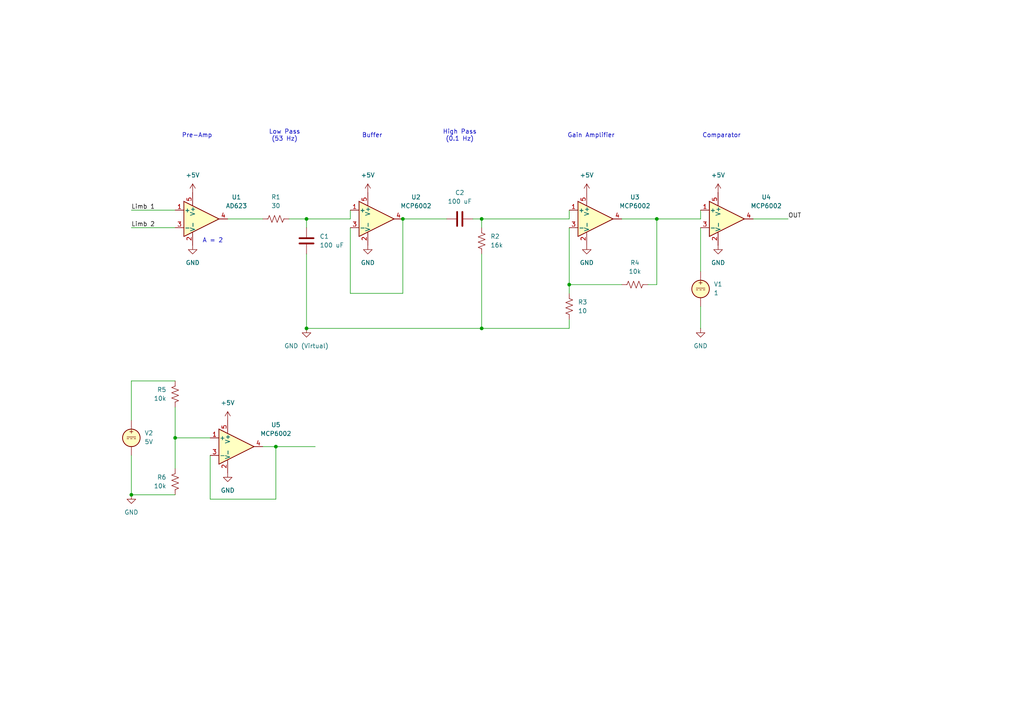
<source format=kicad_sch>
(kicad_sch (version 20231120) (generator "eeschema") (generator_version "8.0")
  (paper "A4")
  (title_block (title "Duke University") (date "2025-02-01") (rev "v1.0.0") (company "James Mu"))
  (lib_symbols
    (symbol "Amplifier_Operational:TLV172IDCK" (pin_names (offset 0.127))
      (property "Reference" "U" (at 7.62 2.54 0))
      (property "Value" "TLV172IDCK" (at 11.43 -2.54 0))
      (symbol "TLV172IDCK_0_1"
        (polyline (pts (xy -2.54 5.08) (xy -2.54 -5.08) (xy 7.62 0) (xy -2.54 5.08)) (stroke (width 0.254)) (fill (type background)))
      )
      (symbol "TLV172IDCK_1_1"
        (pin input line (at -5.08 2.54 0) (length 2.54) (name "+") (number "1"))
        (pin power_in line (at 0 -7.62 90) (length 3.81) (name "V-") (number "2"))
        (pin input line (at -5.08 -2.54 0) (length 2.54) (name "-") (number "3"))
        (pin output line (at 10.16 0 180) (length 2.54) (name "~") (number "4"))
        (pin power_in line (at 0 7.62 270) (length 3.81) (name "V+") (number "5"))
      )
    )
    (symbol "Device:C" (pin_numbers hide) (pin_names (offset 0.254))
      (property "Reference" "C" (at 0.635 2.54 0))
      (property "Value" "C" (at 0.635 -2.54 0))
      (symbol "C_0_1"
        (polyline (pts (xy -2.032 -0.762) (xy 2.032 -0.762)) (stroke (width 0.508)))
        (polyline (pts (xy -2.032 0.762) (xy 2.032 0.762)) (stroke (width 0.508)))
      )
      (symbol "C_1_1"
        (pin passive line (at 0 3.81 270) (length 2.794) (name "~") (number "1"))
        (pin passive line (at 0 -3.81 90) (length 2.794) (name "~") (number "2"))
      )
    )
    (symbol "Device:R_US" (pin_numbers hide) (pin_names (offset 0))
      (property "Reference" "R" (at 2.54 0 90))
      (property "Value" "R_US" (at -2.54 0 90))
      (symbol "R_US_0_1"
        (polyline (pts (xy 0 -2.286) (xy 0 -2.54)))
        (polyline (pts (xy 0 2.286) (xy 0 2.54)))
        (polyline (pts (xy 0 -0.762) (xy 1.016 -1.143) (xy 0 -1.524) (xy -1.016 -1.905) (xy 0 -2.286)))
        (polyline (pts (xy 0 0.762) (xy 1.016 0.381) (xy 0 0) (xy -1.016 -0.381) (xy 0 -0.762)))
        (polyline (pts (xy 0 2.286) (xy 1.016 1.905) (xy 0 1.524) (xy -1.016 1.143) (xy 0 0.762)))
      )
      (symbol "R_US_1_1"
        (pin passive line (at 0 3.81 270) (length 1.27) (name "~") (number "1"))
        (pin passive line (at 0 -3.81 90) (length 1.27) (name "~") (number "2"))
      )
    )
    (symbol "Simulation_SPICE:VDC" (pin_numbers hide) (pin_names (offset 0.0254))
      (property "Reference" "V" (at 2.54 2.54 0))
      (property "Value" "1" (at 2.54 0 0))
      (symbol "VDC_0_0"
        (polyline (pts (xy -1.27 0.254) (xy 1.27 0.254)))
        (polyline (pts (xy -0.762 -0.254) (xy -1.27 -0.254)))
        (polyline (pts (xy 0.254 -0.254) (xy -0.254 -0.254)))
        (polyline (pts (xy 1.27 -0.254) (xy 0.762 -0.254)))
        (text "+" (at 0 1.905 0) (effects (font (size 1.27 1.27))))
      )
      (symbol "VDC_0_1"
        (circle (center 0 0) (radius 2.54) (stroke (width 0.254)) (fill (type background)))
      )
      (symbol "VDC_1_1"
        (pin passive line (at 0 5.08 270) (length 2.54) (name "~") (number "1"))
        (pin passive line (at 0 -5.08 90) (length 2.54) (name "~") (number "2"))
      )
    )
    (symbol "power:+5V" (power) (pin_numbers hide) (pin_names (offset 0) hide)
      (property "Value" "+5V" (at 0 3.556 0))
      (symbol "+5V_0_1"
        (polyline (pts (xy -0.762 1.27) (xy 0 2.54)))
        (polyline (pts (xy 0 0) (xy 0 2.54)))
        (polyline (pts (xy 0 2.54) (xy 0.762 1.27)))
      )
      (symbol "+5V_1_1"
        (pin power_in line (at 0 0 90) (length 0) (name "~") (number "1"))
      )
    )
    (symbol "power:GND" (power) (pin_numbers hide) (pin_names (offset 0) hide)
      (property "Value" "GND" (at 0 -3.81 0))
      (symbol "GND_0_1"
        (polyline (pts (xy 0 0) (xy 0 -1.27) (xy 1.27 -1.27) (xy 0 -2.54) (xy -1.27 -1.27) (xy 0 -1.27)))
      )
      (symbol "GND_1_1"
        (pin power_in line (at 0 0 270) (length 0) (name "~") (number "1"))
      )
    )
  )
  (junction (at 139.7 95.25))
  (junction (at 190.5 63.5))
  (junction (at 38.1 143.51))
  (junction (at 116.84 63.5))
  (junction (at 88.9 63.5))
  (junction (at 139.7 63.5))
  (junction (at 88.9 95.25))
  (junction (at 50.8 127))
  (junction (at 80.01 129.54))
  (junction (at 165.1 82.55))
  (wire (pts (xy 101.6 63.5) (xy 101.6 60.96)))
  (wire (pts (xy 38.1 121.92) (xy 38.1 110.49)))
  (wire (pts (xy 38.1 66.04) (xy 50.8 66.04)))
  (wire (pts (xy 116.84 85.09) (xy 116.84 63.5)))
  (wire (pts (xy 88.9 63.5) (xy 101.6 63.5)))
  (wire (pts (xy 203.2 60.96) (xy 203.2 63.5)))
  (wire (pts (xy 139.7 73.66) (xy 139.7 95.25)))
  (wire (pts (xy 50.8 127) (xy 60.96 127)))
  (wire (pts (xy 190.5 82.55) (xy 190.5 63.5)))
  (wire (pts (xy 180.34 63.5) (xy 190.5 63.5)))
  (wire (pts (xy 139.7 63.5) (xy 165.1 63.5)))
  (wire (pts (xy 80.01 129.54) (xy 91.44 129.54)))
  (wire (pts (xy 101.6 66.04) (xy 101.6 85.09)))
  (wire (pts (xy 38.1 132.08) (xy 38.1 143.51)))
  (wire (pts (xy 203.2 66.04) (xy 203.2 78.74)))
  (wire (pts (xy 60.96 132.08) (xy 60.96 144.78)))
  (wire (pts (xy 83.82 63.5) (xy 88.9 63.5)))
  (wire (pts (xy 50.8 127) (xy 50.8 135.89)))
  (wire (pts (xy 38.1 60.96) (xy 50.8 60.96)))
  (wire (pts (xy 88.9 73.66) (xy 88.9 95.25)))
  (wire (pts (xy 139.7 63.5) (xy 139.7 66.04)))
  (wire (pts (xy 137.16 63.5) (xy 139.7 63.5)))
  (wire (pts (xy 88.9 95.25) (xy 139.7 95.25)))
  (wire (pts (xy 76.2 129.54) (xy 80.01 129.54)))
  (wire (pts (xy 165.1 60.96) (xy 165.1 63.5)))
  (wire (pts (xy 165.1 95.25) (xy 165.1 92.71)))
  (wire (pts (xy 50.8 143.51) (xy 38.1 143.51)))
  (wire (pts (xy 38.1 110.49) (xy 50.8 110.49)))
  (wire (pts (xy 139.7 95.25) (xy 165.1 95.25)))
  (wire (pts (xy 80.01 144.78) (xy 80.01 129.54)))
  (wire (pts (xy 50.8 118.11) (xy 50.8 127)))
  (wire (pts (xy 187.96 82.55) (xy 190.5 82.55)))
  (wire (pts (xy 60.96 144.78) (xy 80.01 144.78)))
  (wire (pts (xy 190.5 63.5) (xy 203.2 63.5)))
  (wire (pts (xy 88.9 63.5) (xy 88.9 66.04)))
  (wire (pts (xy 116.84 63.5) (xy 129.54 63.5)))
  (wire (pts (xy 66.04 63.5) (xy 76.2 63.5)))
  (wire (pts (xy 218.44 63.5) (xy 228.6 63.5)))
  (wire (pts (xy 165.1 66.04) (xy 165.1 82.55)))
  (wire (pts (xy 101.6 85.09) (xy 116.84 85.09)))
  (wire (pts (xy 165.1 82.55) (xy 165.1 85.09)))
  (wire (pts (xy 203.2 88.9) (xy 203.2 95.25)))
  (wire (pts (xy 165.1 82.55) (xy 180.34 82.55)))
  (text "High Pass\n(0.1 Hz)" (at 133.35 39.37 0) (effects (font (size 1.27 1.27))))
  (text "Comparator" (at 209.296 39.37 0) (effects (font (size 1.27 1.27))))
  (text "Gain Amplifier" (at 171.45 39.37 0) (effects (font (size 1.27 1.27))))
  (text "Pre-Amp" (at 57.15 39.37 0) (effects (font (size 1.27 1.27))))
  (text "Buffer" (at 107.95 39.37 0) (effects (font (size 1.27 1.27))))
  (text "Low Pass\n(53 Hz)" (at 82.55 39.37 0) (effects (font (size 1.27 1.27))))
  (text "A = 2" (at 61.722 69.85 0) (effects (font (size 1.27 1.27))))
  (label "Limb 2" (at 38.1 66.04 0))
  (label "Limb 1" (at 38.1 60.96 0))
  (label "OUT" (at 228.6 63.5 0))
  (symbol (lib_id "Amplifier_Operational:TLV172IDCK") (at 208.28 63.5 0) (unit 1)
    (property "Reference" "U4" (at 222.25 57.1814 0))
    (property "Value" "MCP6002" (at 222.25 59.7214 0))
    (property "Footprint" "Package_TO_SOT_SMD:SOT-353_SC-70-5" (effects (hide yes)))
    (property "Datasheet" "http://www.ti.com/lit/ds/symlink/tlv172.pdf" (effects (hide yes)))
    (property "Description" "Low-power Operational Amplifier, SOT-353" (effects (hide yes)))
  )
  (symbol (lib_id "Device:C") (at 133.35 63.5 90) (unit 1)
    (property "Reference" "C2" (at 133.35 55.88 90))
    (property "Value" "100 uF" (at 133.35 58.42 90))
    (property "Description" "Unpolarized capacitor" (effects (hide yes)))
  )
  (symbol (lib_id "power:GND") (at 55.88 71.12 0) (unit 1)
    (property "Reference" "#PWR01" (effects (hide yes)))
    (property "Value" "GND" (at 55.88 76.2 0))
    (property "Description" "Power symbol creates a global label with name \"GND\" , ground" (effects (hide yes)))
  )
  (symbol (lib_id "Amplifier_Operational:TLV172IDCK") (at 170.18 63.5 0) (unit 1)
    (property "Reference" "U3" (at 184.15 57.1814 0))
    (property "Value" "MCP6002" (at 184.15 59.7214 0))
    (property "Footprint" "Package_TO_SOT_SMD:SOT-353_SC-70-5" (effects (hide yes)))
    (property "Datasheet" "http://www.ti.com/lit/ds/symlink/tlv172.pdf" (effects (hide yes)))
    (property "Description" "Low-power Operational Amplifier, SOT-353" (effects (hide yes)))
  )
  (symbol (lib_id "Device:R_US") (at 50.8 139.7 0) (mirror y) (unit 1)
    (property "Reference" "R6" (at 48.26 138.4299 0) (effects (justify left)))
    (property "Value" "10k" (at 48.26 140.9699 0) (effects (justify left)))
    (property "Description" "Resistor, US symbol" (effects (hide yes)))
  )
  (symbol (lib_id "Amplifier_Operational:TLV172IDCK") (at 55.88 63.5 0) (unit 1)
    (property "Reference" "U1" (at 68.58 57.1814 0))
    (property "Value" "AD623" (at 68.58 59.7214 0))
    (property "Footprint" "Package_TO_SOT_SMD:SOT-353_SC-70-5" (effects (hide yes)))
    (property "Datasheet" "http://www.ti.com/lit/ds/symlink/tlv172.pdf" (effects (hide yes)))
    (property "Description" "Low-power Operational Amplifier, SOT-353" (effects (hide yes)))
  )
  (symbol (lib_id "power:GND") (at 106.68 71.12 0) (unit 1)
    (property "Reference" "#PWR07" (effects (hide yes)))
    (property "Value" "GND" (at 106.68 76.2 0))
    (property "Description" "Power symbol creates a global label with name \"GND\" , ground" (effects (hide yes)))
  )
  (symbol (lib_id "power:+5V") (at 208.28 55.88 0) (unit 1)
    (property "Reference" "#PWR06" (effects (hide yes)))
    (property "Value" "+5V" (at 208.28 50.8 0))
    (property "Description" "Power symbol creates a global label with name \"+5V\"" (effects (hide yes)))
  )
  (symbol (lib_id "Amplifier_Operational:TLV172IDCK") (at 106.68 63.5 0) (unit 1)
    (property "Reference" "U2" (at 120.65 57.1814 0))
    (property "Value" "MCP6002" (at 120.65 59.7214 0))
    (property "Footprint" "Package_TO_SOT_SMD:SOT-353_SC-70-5" (effects (hide yes)))
    (property "Datasheet" "http://www.ti.com/lit/ds/symlink/tlv172.pdf" (effects (hide yes)))
    (property "Description" "Low-power Operational Amplifier, SOT-353" (effects (hide yes)))
  )
  (symbol (lib_id "Amplifier_Operational:TLV172IDCK") (at 66.04 129.54 0) (unit 1)
    (property "Reference" "U5" (at 80.01 123.2214 0))
    (property "Value" "MCP6002" (at 80.01 125.7614 0))
    (property "Footprint" "Package_TO_SOT_SMD:SOT-353_SC-70-5" (effects (hide yes)))
    (property "Datasheet" "http://www.ti.com/lit/ds/symlink/tlv172.pdf" (effects (hide yes)))
    (property "Description" "Low-power Operational Amplifier, SOT-353" (effects (hide yes)))
  )
  (symbol (lib_id "power:GND") (at 66.04 137.16 0) (unit 1)
    (property "Reference" "#PWR012" (effects (hide yes)))
    (property "Value" "GND" (at 66.04 142.24 0))
    (property "Description" "Power symbol creates a global label with name \"GND\" , ground" (effects (hide yes)))
  )
  (symbol (lib_id "power:+5V") (at 55.88 55.88 0) (unit 1)
    (property "Reference" "#PWR02" (effects (hide yes)))
    (property "Value" "+5V" (at 55.88 50.8 0))
    (property "Description" "Power symbol creates a global label with name \"+5V\"" (effects (hide yes)))
  )
  (symbol (lib_id "Device:R_US") (at 80.01 63.5 90) (unit 1)
    (property "Reference" "R1" (at 80.01 57.15 90))
    (property "Value" "30" (at 80.01 59.69 90))
    (property "Description" "Resistor, US symbol" (effects (hide yes)))
  )
  (symbol (lib_id "power:+5V") (at 106.68 55.88 0) (unit 1)
    (property "Reference" "#PWR04" (effects (hide yes)))
    (property "Value" "+5V" (at 106.68 50.8 0))
    (property "Description" "Power symbol creates a global label with name \"+5V\"" (effects (hide yes)))
  )
  (symbol (lib_id "Device:R_US") (at 139.7 69.85 180) (unit 1)
    (property "Reference" "R2" (at 142.24 68.5799 0) (effects (justify right)))
    (property "Value" "16k" (at 142.24 71.1199 0) (effects (justify right)))
    (property "Description" "Resistor, US symbol" (effects (hide yes)))
  )
  (symbol (lib_id "power:+5V") (at 170.18 55.88 0) (unit 1)
    (property "Reference" "#PWR05" (effects (hide yes)))
    (property "Value" "+5V" (at 170.18 50.8 0))
    (property "Description" "Power symbol creates a global label with name \"+5V\"" (effects (hide yes)))
  )
  (symbol (lib_id "power:GND") (at 88.9 95.25 0) (unit 1)
    (property "Reference" "#PWR03" (effects (hide yes)))
    (property "Value" "GND (Virtual)" (at 88.9 100.33 0))
    (property "Description" "Power symbol creates a global label with name \"GND\" , ground" (effects (hide yes)))
  )
  (symbol (lib_id "Device:R_US") (at 184.15 82.55 270) (unit 1)
    (property "Reference" "R4" (at 184.15 76.2 90))
    (property "Value" "10k" (at 184.15 78.74 90))
    (property "Description" "Resistor, US symbol" (effects (hide yes)))
  )
  (symbol (lib_id "power:GND") (at 208.28 71.12 0) (unit 1)
    (property "Reference" "#PWR09" (effects (hide yes)))
    (property "Value" "GND" (at 208.28 76.2 0))
    (property "Description" "Power symbol creates a global label with name \"GND\" , ground" (effects (hide yes)))
  )
  (symbol (lib_id "Device:R_US") (at 165.1 88.9 180) (unit 1)
    (property "Reference" "R3" (at 167.64 87.6299 0) (effects (justify right)))
    (property "Value" "10" (at 167.64 90.1699 0) (effects (justify right)))
    (property "Description" "Resistor, US symbol" (effects (hide yes)))
  )
  (symbol (lib_id "power:+5V") (at 66.04 121.92 0) (unit 1)
    (property "Reference" "#PWR011" (effects (hide yes)))
    (property "Value" "+5V" (at 66.04 116.84 0))
    (property "Description" "Power symbol creates a global label with name \"+5V\"" (effects (hide yes)))
  )
  (symbol (lib_id "power:GND") (at 38.1 143.51 0) (unit 1)
    (property "Reference" "#PWR013" (effects (hide yes)))
    (property "Value" "GND" (at 38.1 148.59 0))
    (property "Description" "Power symbol creates a global label with name \"GND\" , ground" (effects (hide yes)))
  )
  (symbol (lib_id "Simulation_SPICE:VDC") (at 38.1 127 0) (unit 1)
    (property "Reference" "V2" (at 41.91 125.6001 0) (effects (justify left)))
    (property "Value" "5V" (at 41.91 128.1401 0) (effects (justify left)))
    (property "Datasheet" "https://ngspice.sourceforge.io/docs/ngspice-html-manual/manual.xhtml#sec_Independent_Sources_for" (effects (hide yes)))
    (property "Description" "Voltage source, DC" (effects (hide yes)))
    (property "Sim.Pins" "1=+ 2=-" (effects (hide yes)))
    (property "Sim.Type" "DC" (effects (hide yes)))
    (property "Sim.Device" "V" (effects (hide yes)))
  )
  (symbol (lib_id "Device:R_US") (at 50.8 114.3 0) (mirror y) (unit 1)
    (property "Reference" "R5" (at 48.26 113.0299 0) (effects (justify left)))
    (property "Value" "10k" (at 48.26 115.5699 0) (effects (justify left)))
    (property "Description" "Resistor, US symbol" (effects (hide yes)))
  )
  (symbol (lib_id "power:GND") (at 170.18 71.12 0) (unit 1)
    (property "Reference" "#PWR08" (effects (hide yes)))
    (property "Value" "GND" (at 170.18 76.2 0))
    (property "Description" "Power symbol creates a global label with name \"GND\" , ground" (effects (hide yes)))
  )
  (symbol (lib_id "Simulation_SPICE:VDC") (at 203.2 83.82 0) (unit 1)
    (property "Reference" "V1" (at 207.01 82.4201 0) (effects (justify left)))
    (property "Value" "1" (at 207.01 84.9601 0) (effects (justify left)))
    (property "Datasheet" "https://ngspice.sourceforge.io/docs/ngspice-html-manual/manual.xhtml#sec_Independent_Sources_for" (effects (hide yes)))
    (property "Description" "Voltage source, DC" (effects (hide yes)))
    (property "Sim.Pins" "1=+ 2=-" (effects (hide yes)))
    (property "Sim.Type" "DC" (effects (hide yes)))
    (property "Sim.Device" "V" (effects (hide yes)))
  )
  (symbol (lib_id "power:GND") (at 203.2 95.25 0) (unit 1)
    (property "Reference" "#PWR010" (effects (hide yes)))
    (property "Value" "GND" (at 203.2 100.33 0))
    (property "Description" "Power symbol creates a global label with name \"GND\" , ground" (effects (hide yes)))
  )
  (symbol (lib_id "Device:C") (at 88.9 69.85 0) (unit 1)
    (property "Reference" "C1" (at 92.71 68.5799 0) (effects (justify left)))
    (property "Value" "100 uF" (at 92.71 71.1199 0) (effects (justify left)))
    (property "Description" "Unpolarized capacitor" (effects (hide yes)))
  )
)
</source>
